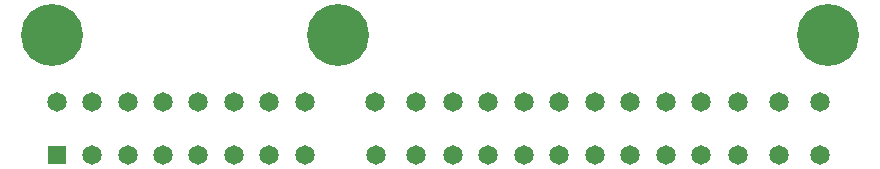
<source format=gbr>
%TF.GenerationSoftware,KiCad,Pcbnew,7.0.7*%
%TF.CreationDate,2024-09-30T22:56:21+02:00*%
%TF.ProjectId,SSRP4EFE,53535250-3445-4464-952e-6b696361645f,rev?*%
%TF.SameCoordinates,Original*%
%TF.FileFunction,Soldermask,Bot*%
%TF.FilePolarity,Negative*%
%FSLAX46Y46*%
G04 Gerber Fmt 4.6, Leading zero omitted, Abs format (unit mm)*
G04 Created by KiCad (PCBNEW 7.0.7) date 2024-09-30 22:56:21*
%MOMM*%
%LPD*%
G01*
G04 APERTURE LIST*
%ADD10R,1.650000X1.650000*%
%ADD11C,1.650000*%
%ADD12C,5.250000*%
G04 APERTURE END LIST*
D10*
%TO.C,J1*%
X116878680Y-52028680D03*
D11*
X119878680Y-52028680D03*
X122878680Y-52028680D03*
X125878680Y-52028680D03*
X128878680Y-52028680D03*
X131878680Y-52028680D03*
X134878680Y-52028680D03*
X137878680Y-52028680D03*
X116878680Y-47528680D03*
X119878680Y-47528680D03*
X122878680Y-47528680D03*
X125878680Y-47528680D03*
X128878680Y-47528680D03*
X131878680Y-47528680D03*
X134878680Y-47528680D03*
X137878680Y-47528680D03*
X143878680Y-52028680D03*
X147328680Y-52028680D03*
X150428680Y-52028680D03*
X153428680Y-52028680D03*
X156428680Y-52028680D03*
X159428680Y-52028680D03*
X162428680Y-52028680D03*
X165428680Y-52028680D03*
X168428680Y-52028680D03*
X171428680Y-52028680D03*
X174528680Y-52028680D03*
X178028680Y-52028680D03*
X181528680Y-52028680D03*
X143828680Y-47528680D03*
X147328680Y-47528680D03*
X150428680Y-47528680D03*
X153428680Y-47528680D03*
X156428680Y-47528680D03*
X159428680Y-47528680D03*
X162428680Y-47528680D03*
X165428680Y-47528680D03*
X168428680Y-47528680D03*
X171428680Y-47528680D03*
X174528680Y-47528680D03*
X178028680Y-47528680D03*
X181528680Y-47528680D03*
D12*
X116478680Y-41828680D03*
X140728680Y-41828680D03*
X182178680Y-41828680D03*
%TD*%
M02*

</source>
